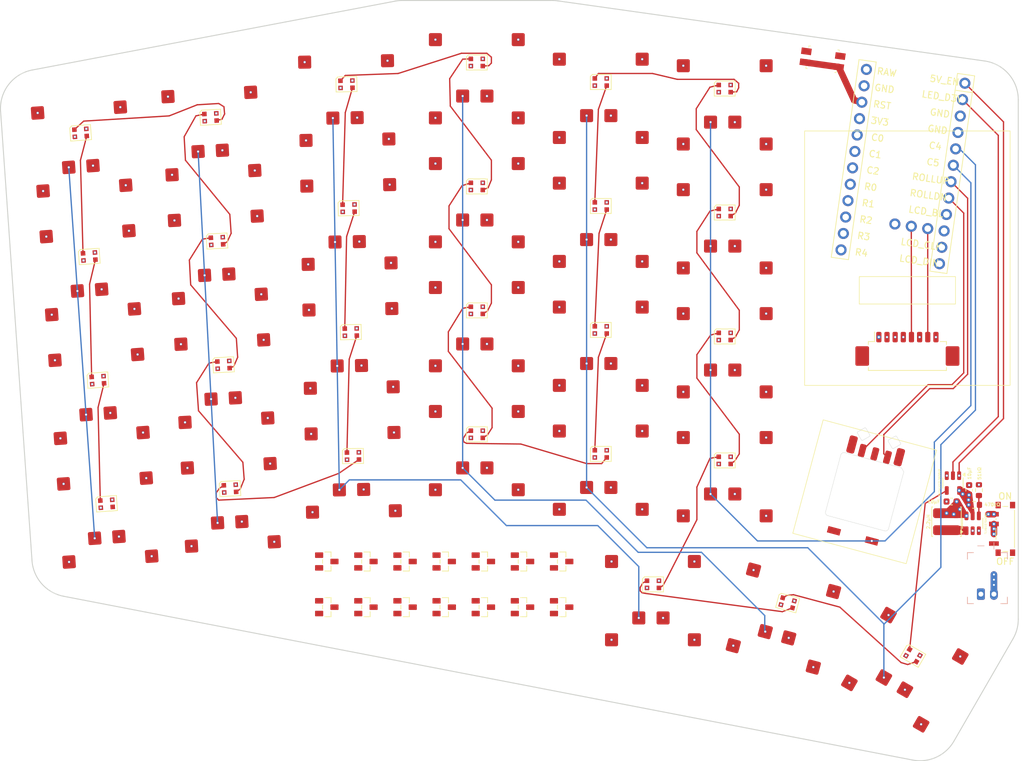
<source format=kicad_pcb>
(kicad_pcb (version 20241229) (generator "pcbnew") (generator_version "9.0")
  (title_block (title "toomanykeys") (date "2025-06-05") (rev "0.1") (company "huntercook"))
  (layers (0 "F.Cu" signal) (4 "In1.Cu" signal) (6 "In2.Cu" signal) (8 "In3.Cu" signal) (10 "In4.Cu" signal) (2 "B.Cu" signal) (13 "F.Paste" user) (15 "B.Paste" user) (5 "F.SilkS" user "F.Silkscreen") (7 "B.SilkS" user "B.Silkscreen") (1 "F.Mask" user) (3 "B.Mask" user) (25 "Edge.Cuts" user))
  (net 0 "")
  (net 1 "C0")
  (net 2 "finger_outer_bottom")
  (net 3 "GND")
  (net 4 "finger_outer_home")
  (net 5 "finger_outer_top")
  (net 6 "finger_outer_num")
  (net 7 "C1")
  (net 8 "finger_pinky_bottom")
  (net 9 "finger_pinky_home")
  (net 10 "finger_pinky_top")
  (net 11 "finger_pinky_num")
  (net 12 "C2")
  (net 13 "finger_ring_bottom")
  (net 14 "finger_ring_home")
  (net 15 "finger_ring_top")
  (net 16 "finger_ring_num")
  (net 17 "C3")
  (net 18 "finger_middle_bottom")
  (net 19 "finger_middle_home")
  (net 20 "finger_middle_top")
  (net 21 "finger_middle_num")
  (net 22 "C4")
  (net 23 "finger_index_bottom")
  (net 24 "finger_index_home")
  (net 25 "finger_index_top")
  (net 26 "finger_index_num")
  (net 27 "C5")
  (net 28 "finger_inner_bottom")
  (net 29 "finger_inner_home")
  (net 30 "finger_inner_top")
  (net 31 "finger_inner_num")
  (net 32 "thumb_near_fan")
  (net 33 "thumb_mid_fan")
  (net 34 "thumb_far_fan")
  (net 35 "roller")
  (net 36 "ROLLUP")
  (net 37 "ROLLDN")
  (net 38 "R0")
  (net 39 "R1")
  (net 40 "R2")
  (net 41 "R3")
  (net 42 "R4")
  (net 43 "RAW")
  (net 44 "RST")
  (net 45 "3V3")
  (net 46 "5V_EN")
  (net 47 "LED_D3V")
  (net 48 "LCD_BL")
  (net 49 "LCD_DC")
  (net 50 "LCD_CLK")
  (net 51 "LCD_DIN")
  (net 52 "LCD_RST")
  (net 53 "LCD_CS")
  (net 54 "BAT_P")
  (net 55 "LED_26")
  (net 56 "5V")
  (net 57 "LED_27")
  (net 58 "LED_25")
  (net 59 "LED_24")
  (net 60 "LED_23")
  (net 61 "LED_19")
  (net 62 "LED_20")
  (net 63 "LED_21")
  (net 64 "LED_22")
  (net 65 "LED_18")
  (net 66 "LED_17")
  (net 67 "LED_16")
  (net 68 "LED_15")
  (net 69 "LED_11")
  (net 70 "LED_12")
  (net 71 "LED_13")
  (net 72 "LED_14")
  (net 73 "LED_10")
  (net 74 "LED_9")
  (net 75 "LED_8")
  (net 76 "LED_7")
  (net 77 "LED_3")
  (net 78 "LED_4")
  (net 79 "LED_5")
  (net 80 "LED_6")
  (net 81 "LED_2")
  (net 82 "LED_1")
  (net 83 "LED_D5V")
  (net 84 "BOOST_FB")
  (net 85 "BOOST_SW")
  (footprint "LED_WS2812B-2020_PLCC4_2.0x2.0mm" (layer "F.Cu") (at 59.171836 138.604848 4)
    (property "Reference" "LED2" (hide yes))
    (property "Value" "")
  )
  (footprint "LED_WS2812B-2020_PLCC4_2.0x2.0mm" (layer "F.Cu") (at 97.944951 131.24391 1)
    (property "Reference" "LED10" (hide yes))
    (property "Value" "")
  )
  (footprint "PG1316S" (layer "F.Cu") (at 144.264928 172.409498)
    (property "Reference" "S25" (hide yes))
    (property "Value" "")
  )
  (footprint "PG1316S" (layer "F.Cu") (at 136.264927 152.409497)
    (property "Reference" "S17" (hide yes))
    (property "Value" "")
  )
  (footprint "LED_WS2812B-2020_PLCC4_2.0x2.0mm" (layer "F.Cu") (at 98.276547 150.241016 1)
    (property "Reference" "LED9" (hide yes))
    (property "Value" "")
  )
  (footprint "Resistor_SMD:R_0603_1608Metric" (layer "F.Cu") (at 193.4866 157.724975)
    (property "Reference" "R1" (hide yes))
    (property "Value" "470kΩ")
  )
  (footprint "PG1316S" (layer "F.Cu") (at 77.566794 119.781616 3)
    (property "Reference" "S7" (hide yes))
    (property "Value" "")
  )
  (footprint "ceoloide:power_switch_smd_side" (layer "F.Cu") (at 198.264927 161.409497)
    (property "Reference" "PWR1" (hide yes))
    (property "Value" "")
  )
  (footprint "Package_TO_SOT_SMD:SOT-23-6" (layer "F.Cu") (at 193.2716 160.552475 90)
    (property "Reference" "U1" (hide yes))
    (property "Value" "TLV61070ADBV")
  )
  (footprint "huntercook:L_CJIANG_FTC404030S_4.1x4.1x3.0_SMD" (layer "F.Cu") (at 189.2616 160.304975 -90)
    (property "Reference" "L1" (hide yes))
    (property "Value" "2.2μH")
  )
  (footprint "ceoloide:mounting_hole_npth" (layer "F.Cu") (at 176.871691 193.384479 -30)
    (property "Reference" "MH6" (hide yes))
    (property "Value" "")
  )
  (footprint "ceoloide:mcu_nice_nano" (layer "F.Cu") (at 182.764927 104.609497 -8)
    (property "Reference" "MCU1" (hide yes))
    (property "Value" "")
  )
  (footprint "PG1316S" (layer "F.Cu") (at 182.871691 182.992175 -30)
    (property "Reference" "S27" (hide yes))
    (property "Value" "")
  )
  (footprint "Capacitor_SMD:C_0603_1608Metric" (layer "F.Cu") (at 192.7316 155.469975 90)
    (property "Reference" "C2" (hide yes))
    (property "Value" "10μF")
  )
  (footprint "PG1316S" (layer "F.Cu") (at 136.264927 114.409497)
    (property "Reference" "S19" (hide yes))
    (property "Value" "")
  )
  (footprint "PG1316S" (layer "F.Cu") (at 59.346227 141.098757 4)
    (property "Reference" "S2" (hide yes))
    (property "Value" "")
  )
  (footprint "LED_WS2812B-2020_PLCC4_2.0x2.0mm" (layer "F.Cu") (at 164.911976 172.744683 -15)
    (property "Reference" "LED26" (hide yes))
    (property "Value" "")
  )
  (footprint "PG1316S" (layer "F.Cu") (at 78.561178 138.755577 3)
    (property "Reference" "S6" (hide yes))
    (property "Value" "")
  )
  (footprint "LED_WS2812B-2020_PLCC4_2.0x2.0mm" (layer "F.Cu") (at 144.264927 169.909497)
    (property "Reference" "LED25" (hide yes))
    (property "Value" "")
  )
  (footprint "PG1316S" (layer "F.Cu") (at 97.325391 95.749317 1)
    (property "Reference" "S12" (hide yes))
    (property "Value" "")
  )
  (footprint "CKW12" (layer "F.Cu") (at 176.720427 155.720863 75)
    (property "Reference" "RE1" (hide yes))
    (property "Value" "")
    (fp_line (start -4.5 -5) (end 4.5 -4.999999) (stroke (width 0.05)) (layer "Edge.Cuts"))
    (fp_line (start 5 -4.5) (end 4.999999 4.5) (stroke (width 0.05)) (layer "Edge.Cuts"))
    (fp_line (start 8.393604 -3.394264) (end 7.545076 -2.545736) (stroke (width 0.05)) (layer "Edge.Cuts"))
    (fp_line (start 8.605736 -3.394264) (end 9.454264 -2.545736) (stroke (width 0.05)) (layer "Edge.Cuts"))
    (fp_line (start 7.545076 -2.333604) (end 8.393604 -1.485076) (stroke (width 0.05)) (layer "Edge.Cuts"))
    (fp_line (start 8.605736 -1.485076) (end 9.454264 -2.333604) (stroke (width 0.05)) (layer "Edge.Cuts"))
    (fp_line (start -5 4.5) (end -4.999999 -4.5) (stroke (width 0.05)) (layer "Edge.Cuts"))
    (fp_line (start 8.397868 1.480812) (end 7.54934 2.32934) (stroke (width 0.05)) (layer "Edge.Cuts"))
    (fp_line (start 8.61 1.480812) (end 9.458528 2.32934) (stroke (width 0.05)) (layer "Edge.Cuts"))
    (fp_line (start -4.5 4.999999) (end 4.5 5) (stroke (width 0.05)) (layer "Edge.Cuts"))
    (fp_line (start 7.54934 2.541472) (end 8.397869 3.39) (stroke (width 0.05)) (layer "Edge.Cuts"))
    (fp_line (start 8.61 3.39) (end 9.458528 2.541472) (stroke (width 0.05)) (layer "Edge.Cuts"))
    (fp_line (start 4.5 5) (end 4.999999 4.5) (stroke (width 0.05)) (layer "Edge.Cuts"))
    (fp_arc (start -4.999999 -4.5) (mid -4.853553 -4.853553) (end -4.5 -5) (stroke (width 0.05)) (layer "Edge.Cuts"))
    (fp_arc (start 4.5 -4.999999) (mid 4.853553 -4.853553) (end 5 -4.5) (stroke (width 0.05)) (layer "Edge.Cuts"))
    (fp_arc (start 8.393604 -3.394264) (mid 8.49967 -3.438198) (end 8.605736 -3.394264) (stroke (width 0.05)) (layer "Edge.Cuts"))
    (fp_arc (start 7.545076 -2.333604) (mid 7.501142 -2.43967) (end 7.545076 -2.545736) (stroke (width 0.05)) (layer "Edge.Cuts"))
    (fp_arc (start 9.454264 -2.545736) (mid 9.498198 -2.43967) (end 9.454264 -2.333604) (stroke (width 0.05)) (layer "Edge.Cuts"))
    (fp_arc (start 8.605736 -1.485076) (mid 8.49967 -1.441142) (end 8.393604 -1.485076) (stroke (width 0.05)) (layer "Edge.Cuts"))
    (fp_arc (start 8.397868 1.480812) (mid 8.503934 1.436878) (end 8.61 1.480812) (stroke (width 0.05)) (layer "Edge.Cuts"))
    (fp_arc (start -4.5 4.999999) (mid -4.853553 4.853553) (end -5 4.5) (stroke (width 0.05)) (layer "Edge.Cuts"))
    (fp_arc (start 7.54934 2.541472) (mid 7.505406 2.435406) (end 7.54934 2.32934) (stroke (width 0.05)) (layer "Edge.Cuts"))
    (fp_arc (start 9.458528 2.32934) (mid 9.502462 2.435406) (end 9.458528 2.541472) (stroke (width 0.05)) (layer "Edge.Cuts"))
    (fp_arc (start 8.61 3.39) (mid 8.503934 3.433934) (end 8.397869 3.39) (stroke (width 0.05)) (layer "Edge.Cuts"))
  )
  (footprint "BAV70 SOT23" (layer "F.Cu") (at 94.264928 166.409497 -90)
    (property "Reference" "D7" (hide yes))
    (property "Value" "BAV70")
  )
  (footprint "PG1316S" (layer "F.Cu") (at 97.988582 133.74353 1)
    (property "Reference" "S10" (hide yes))
    (property "Value" "")
  )
  (footprint "LED_WS2812B-2020_PLCC4_2.0x2.0mm" (layer "F.Cu") (at 79.424722 155.232964 3)
    (property "Reference" "LED5" (hide yes))
    (property "Value" "")
  )
  (footprint "PG1316S" (layer "F.Cu") (at 79.555561 157.729537 3)
    (property "Reference" "S5" (hide yes))
    (property "Value" "")
  )
  (footprint "PG1316S" (layer "F.Cu") (at 98.320178 152.740637 1)
    (property "Reference" "S9" (hide yes))
    (property "Value" "")
  )
  (footprint "PG1316S" (layer "F.Cu") (at 155.264928 96.409497)
    (property "Reference" "S24" (hide yes))
    (property "Value" "")
  )
  (footprint "BAV70 SOT23" (layer "F.Cu") (at 118.264927 166.409498 -90)
    (property "Reference" "D11" (hide yes))
    (property "Value" "BAV70")
  )
  (footprint "PG1316S" (layer "F.Cu") (at 117.264928 149.409498)
    (property "Reference" "S13" (hide yes))
    (property "Value" "")
  )
  (footprint "LED_WS2812B-2020_PLCC4_2.0x2.0mm" (layer "F.Cu") (at 136.264927 130.909498)
    (property "Reference" "LED18" (hide yes))
    (property "Value" "")
  )
  (footprint "LED_WS2812B-2020_PLCC4_2.0x2.0mm" (layer "F.Cu") (at 117.264927 89.909498)
    (property "Reference" "LED16" (hide yes))
    (property "Value" "")
  )
  (footprint "BAV70 SOT23" (layer "F.Cu") (at 106.264927 166.409497 -90)
    (property "Reference" "D9" (hide yes))
    (property "Value" "BAV70")
  )
  (footprint "BAV70 SOT23" (layer "F.Cu") (at 112.264928 173.409498 -90)
    (property "Reference" "D4" (hide yes))
    (property "Value" "BAV70")
  )
  (footprint "Capacitor_SMD:C_0603_1608Metric" (layer "F.Cu") (at 190.0416 157.217475 180)
    (property "Reference" "C1" (hide yes))
    (property "Value" "10μF")
  )
  (footprint "LED_WS2812B-2020_PLCC4_2.0x2.0mm" (layer "F.Cu") (at 117.264927 146.909498)
    (property "Reference" "LED13" (hide yes))
    (property "Value" "")
  )
  (footprint "LED_WS2812B-2020_PLCC4_2.0x2.0mm" (layer "F.Cu") (at 56.521091 100.697414 4)
    (property "Reference" "LED4" (hide yes))
    (property "Value" "")
  )
  (footprint "ceoloide:mounting_hole_npth" (layer "F.Cu") (at 130.264928 83.409498)
    (property "Reference" "MH4" (hide yes))
    (property "Value" "")
  )
  (footprint "LED_WS2812B-2020_PLCC4_2.0x2.0mm" (layer "F.Cu") (at 136.264928 92.909498)
    (property "Reference" "LED20" (hide yes))
    (property "Value" "")
  )
  (footprint "LED_WS2812B-2020_PLCC4_2.0x2.0mm" (layer "F.Cu") (at 60.497209 157.558565 4)
    (property "Reference" "LED1" (hide yes))
    (property "Value" "")
  )
  (footprint "PG1316S" (layer "F.Cu") (at 58.020855 122.145041 4)
    (property "Reference" "S3" (hide yes))
    (property "Value" "")
  )
  (footprint "PG1316S" (layer "F.Cu") (at 117.264928 92.409498)
    (property "Reference" "S16" (hide yes))
    (property "Value" "")
  )
  (footprint "LCD_1.69_Waveshare" (layer "F.Cu") (at 183.264928 119.909497 180)
    (property "Reference" "LCD1" (hide yes))
    (property "Value" "")
  )
  (footprint "LED_WS2812B-2020_PLCC4_2.0x2.0mm" (layer "F.Cu") (at 97.28176 93.249698 1)
    (property "Reference" "LED12" (hide yes))
    (property "Value" "")
  )
  (footprint "LED_WS2812B-2020_PLCC4_2.0x2.0mm" (layer "F.Cu") (at 117.264927 108.909497)
    (property "Reference" "LED15" (hide yes))
    (property "Value" "")
  )
  (footprint "Molex_PicoBlade_53261-0871_1x08-1MP_P1.25mm_Horizontal" (layer "F.Cu") (at 183.264928 134.409497)
    (property "Reference" "CONN1" (hide yes))
    (property "Value" "")
  )
  (footprint "PG1316S" (layer "F.Cu") (at 97.656986 114.746423 1)
    (property "Reference" "S11" (hide yes))
    (property "Value" "")
  )
  (footprint "LED_WS2812B-2020_PLCC4_2.0x2.0mm" (layer "F.Cu") (at 57.846464 119.65113 4)
    (property "Reference" "LED3" (hide yes))
    (property "Value" "")
  )
  (footprint "ceoloide:mounting_hole_npth" (layer "F.Cu") (at 129.264928 182.409498)
    (property "Reference" "MH5" (hide yes))
    (property "Value" "")
  )
  (footprint "BAV70 SOT23" (layer "F.Cu") (at 124.264927 173.409498 -90)
    (property "Reference" "D6" (hide yes))
    (property "Value" "BAV70")
  )
  (footprint "LED_WS2812B-2020_PLCC4_2.0x2.0mm" (layer "F.Cu") (at 76.441571 98.31108 3)
    (property "Reference" "LED8" (hide yes))
    (property "Value" "")
  )
  (footprint "BAV70 SOT23" (layer "F.Cu") (at 100.264927 166.409498 -90)
    (property "Reference" "D8" (hide yes))
    (property "Value" "BAV70")
  )
  (footprint "ceoloide:mounting_hole_npth" (layer "F.Cu") (at 68.30471 172.338383 3)
    (property "Reference" "MH2" (hide yes))
    (property "Value" "")
  )
  (footprint "ceoloide:mounting_hole_npth" (layer "F.Cu") (at 65.834045 90.522991 4)
    (property "Reference" "MH1" (hide yes))
    (property "Value" "")
  )
  (footprint "BAV70 SOT23" (layer "F.Cu") (at 94.264927 173.409498 -90)
    (property "Reference" "D1" (hide yes))
    (property "Value" "BAV70")
  )
  (footprint "LED_WS2812B-2020_PLCC4_2.0x2.0mm" (layer "F.Cu") (at 136.264928 111.909497)
    (property "Reference" "LED19" (hide yes))
    (property "Value" "")
  )
  (footprint "BAV70 SOT23" (layer "F.Cu") (at 118.264927 173.409497 -90)
    (property "Reference" "D5" (hide yes))
    (property "Value" "BAV70")
  )
  (footprint "ceoloide:mounting_hole_npth" (layer "F.Cu") (at 104.264927 83.409498)
    (property "Reference" "MH3" (hide yes))
    (property "Value" "")
  )
  (footprint "PG1316S" (layer "F.Cu") (at 76.572411 100.807653 3)
    (property "Reference" "S8" (hide yes))
    (property "Value" "")
  )
  (footprint "BAV70 SOT23" (layer "F.Cu") (at 106.264927 173.409498 -90)
    (property "Reference" "D3" (hide yes))
    (property "Value" "BAV70")
  )
  (footprint "PG1316S" (layer "F.Cu") (at 56.695482 103.191324 4)
    (property "Reference" "S4" (hide yes))
    (property "Value" "")
  )
  (footprint "PG1316S" (layer "F.Cu") (at 136.264927 133.409498)
    (property "Reference" "S18" (hide yes))
    (property "Value" "")
  )
  (footprint "LED_WS2812B-2020_PLCC4_2.0x2.0mm" (layer "F.Cu") (at 117.264927 127.909497)
    (property "Reference" "LED14" (hide yes))
    (property "Value" "")
  )
  (footprint "BAV70 SOT23" (layer "F.Cu") (at 124.264928 166.409497 -90)
    (property "Reference" "D12" (hide yes))
    (property "Value" "BAV70")
  )
  (footprint "LED_WS2812B-2020_PLCC4_2.0x2.0mm" (layer "F.Cu") (at 136.264927 149.909498)
    (property "Reference" "LED17" (hide yes))
    (property "Value" "")
  )
  (footprint "LED_WS2812B-2020_PLCC4_2.0x2.0mm" (layer "F.Cu") (at 155.264928 150.909497)
    (property "Reference" "LED21" (hide yes))
    (property "Value" "")
  )
  (footprint "LED_WS2812B-2020_PLCC4_2.0x2.0mm" (layer "F.Cu") (at 155.264927 131.909498)
    (property "Reference" "LED22" (hide yes))
    (property "Value" "")
  )
  (footprint "PG1316S" (layer "F.Cu") (at 60.6716 160.052475 4)
    (property "Reference" "S1" (hide yes))
    (property "Value" "")
  )
  (footprint "BAV70 SOT23" (layer "F.Cu") (at 112.264927 166.409497 -90)
    (property "Reference" "D10" (hide yes))
    (property "Value" "BAV70")
  )
  (footprint "BAV70 SOT23" (layer "F.Cu") (at 130.264927 166.409498 -90)
    (property "Reference" "D13" (hide yes))
    (property "Value" "BAV70")
  )
  (footprint "ceoloide:reset_switch_smd_side" (layer "F.Cu") (at 170.264927 89.409497 -8)
    (property "Reference" "RST1" (hide yes))
    (property "Value" "")
  )
  (footprint "PG1316S" (layer "F.Cu") (at 136.264927 95.409497)
    (property "Reference" "S20" (hide yes))
    (property "Value" "")
  )
  (footprint "ceoloide:mounting_hole_npth" (layer "F.Cu") (at 197.531945 177.599869 -30)
    (property "Reference" "MH7" (hide yes))
    (property "Value" "")
  )
  (footprint "PG1316S" (layer "F.Cu") (at 117.264928 130.409497)
    (property "Reference" "S14" (hide yes))
    (property "Value" "")
  )
  (footprint "BAV70 SOT23" (layer "F.Cu") (at 130.264927 173.409497 -90)
    (property "Reference" "D14" (hide yes))
    (property "Value" "BAV70")
  )
  (footprint "PG1316S" (layer "F.Cu") (at 164.264927 175.159498 -15)
    (property "Reference" "S26" (hide yes))
    (property "Value" "")
  )
  (footprint "PG1316S" (layer "F.Cu") (at 155.264928 134.409498)
    (property "Reference" "S22" (hide yes))
    (property "Value" "")
  )
  (footprint "LED_WS2812B-2020_PLCC4_2.0x2.0mm" (layer "F.Cu") (at 184.121692 180.827111 -30)
    (property "Reference" "LED27" (hide yes))
    (property "Value" "")
  )
  (footprint "PG1316S" (layer "F.Cu") (at 155.264928 115.409498)
    (property "Reference" "S23" (hide yes))
    (property "Value" "")
  )
  (footprint "LED_WS2812B-2020_PLCC4_2.0x2.0mm" (layer "F.Cu") (at 78.430337 136.259003 3)
    (property "Reference" "LED6" (hide yes))
    (property "Value" "")
  )
  (footprint "BAV70 SOT23" (layer "F.Cu") (at 100.264928 173.409497 -90)
    (property "Reference" "D2" (hide yes))
    (property "Value" "BAV70")
  )
  (footprint "PG1316S" (layer "F.Cu") (at 117.264928 111.409497)
    (property "Reference" "S15" (hide yes))
    (property "Value" "")
  )
  (footprint "Resistor_SMD:R_0603_1608Metric" (layer "F.Cu") (at 194.231601 155.469974 90)
    (property "Reference" "R2" (hide yes))
    (property "Value" "51kΩ")
  )
  (footprint "LED_WS2812B-2020_PLCC4_2.0x2.0mm" (layer "F.Cu") (at 155.264927 93.909497)
    (property "Reference" "LED24" (hide yes))
    (property "Value" "")
  )
  (footprint "LED_WS2812B-2020_PLCC4_2.0x2.0mm" (layer "F.Cu") (at 77.435954 117.285041 3)
    (property "Reference" "LED7" (hide yes))
    (property "Value" "")
  )
  (footprint "Package_TO_SOT_SMD:SOT-23-5" (layer "F.Cu") (at 190.251601 154.387475 -90)
    (property "Reference" "U2" (hide yes))
    (property "Value" "SN74LV1T126DBVR")
  )
  (footprint "LED_WS2812B-2020_PLCC4_2.0x2.0mm" (layer "F.Cu") (at 155.264927 112.909497)
    (property "Reference" "LED23" (hide yes))
    (property "Value" "")
  )
  (footprint "PG1316S" (layer "F.Cu") (at 155.264928 153.409497)
    (property "Reference" "S21" (hide yes))
    (property "Value" "")
  )
  (footprint "LED_WS2812B-2020_PLCC4_2.0x2.0mm" (layer "F.Cu") (at 97.613355 112.246805 1)
    (property "Reference" "LED11" (hide yes))
    (property "Value" "")
  )
  (footprint "ceoloide:battery_connector_jst_ph_2" (layer "B.Cu") (at 195.529927 171.409498 180)
    (property "Reference" "JST1" (hide yes))
    (property "Value" "")
  )
  (gr_poly (pts (xy 193.0716 159.052474) (xy 191.1716 155.952474) (xy 191.371601 154.952474) (xy 193.0716 155.852474) (xy 193.4716 158.952474)) (stroke (width 0.2)) (fill yes) (layer "F.Cu") (net 56))
  (gr_poly (pts (xy 190.471601 156.952474) (xy 190.4716 159.652474) (xy 192.4716 159.652475) (xy 192.2716 158.852474) (xy 191.1716 156.952474)) (stroke (width 0.2)) (fill yes) (layer "F.Cu") (net 43))
  (gr_poly (pts (xy 192.5 161.2) (xy 190.9 161) (xy 190.9 162.2) (xy 192.5 162.2)) (stroke (width 0.2)) (fill yes) (layer "F.Cu") (net 85))
  (gr_arc (start 104.710521 80.514713) (mid 105.267406 80.435863) (end 105.829228 80.409498) (stroke (width 0.15)) (layer "Edge.Cuts"))
  (gr_arc (start 44.259585 97.376775) (mid 45.492979 93.29513) (end 49.126262 91.06345) (stroke (width 0.15)) (layer "Edge.Cuts"))
  (gr_line (start 105.829228 80.409498) (end 128.844467 80.409498) (stroke (width 0.15)) (layer "Edge.Cuts"))
  (gr_arc (start 195.101738 89.682288) (mid 198.793767 91.687974) (end 200.264928 95.623647) (stroke (width 0.15)) (layer "Edge.Cuts"))
  (gr_line (start 49.076765 166.265661) (end 44.259585 97.376775) (stroke (width 0.15)) (layer "Edge.Cuts"))
  (gr_line (start 199.461499 178.251525) (end 190.400448 193.950792) (stroke (width 0.15)) (layer "Edge.Cuts"))
  (gr_line (start 49.126262 91.06345) (end 104.710521 80.514713) (stroke (width 0.15)) (layer "Edge.Cuts"))
  (gr_arc (start 200.264927 175.252252) (mid 200.060597 176.804763) (end 199.4615 178.251525) (stroke (width 0.15)) (layer "Edge.Cuts"))
  (gr_arc (start 128.844467 80.409498) (mid 129.263899 80.424174) (end 129.681279 80.468138) (stroke (width 0.15)) (layer "Edge.Cuts"))
  (gr_line (start 184.067424 196.842907) (end 53.925699 171.738511) (stroke (width 0.15)) (layer "Edge.Cuts"))
  (gr_line (start 129.681279 80.468138) (end 195.101738 89.682288) (stroke (width 0.15)) (layer "Edge.Cuts"))
  (gr_line (start 200.264928 95.623647) (end 200.264927 175.252252) (stroke (width 0.15)) (layer "Edge.Cuts"))
  (gr_arc (start 53.925699 171.738511) (mid 50.571254 169.826045) (end 49.076765 166.265661) (stroke (width 0.15)) (layer "Edge.Cuts"))
  (gr_arc (start 190.400448 193.950792) (mid 187.696305 196.409307) (end 184.067424 196.842907) (stroke (width 0.15)) (layer "Edge.Cuts"))
  (segment (start 54.710635 105.986589) (end 58.686753 162.84774) (width 0.2) (layer "B.Cu") (net 1))
  (via (at 194.231601 154.644975) (size 0.4) (drill 0.3) (layers "F.Cu" "B.Cu") (net 3))
  (via (at 193.2716 161.689975) (size 0.4) (drill 0.3) (layers "F.Cu" "B.Cu") (net 3))
  (via (at 189.301601 153.249974) (size 0.4) (drill 0.3) (layers "F.Cu" "B.Cu") (net 3))
  (via (at 189.266601 157.217475) (size 0.4) (drill 0.3) (layers "F.Cu" "B.Cu") (net 3))
  (via (at 192.7316 154.694974) (size 0.4) (drill 0.3) (layers "F.Cu" "B.Cu") (net 3))
  (via (at 180.139928 132.009497) (size 0.4) (drill 0.3) (layers "F.Cu" "B.Cu") (net 3))
  (segment (start 77.522232 160.489736) (end 74.539082 103.567852) (width 0.2) (layer "B.Cu") (net 7))
  (segment (start 95.196971 98.436872) (end 96.191758 155.428192) (width 0.2) (layer "B.Cu") (net 12))
  (segment (start 135.8 160.9) (end 142.089928 167.189928) (width 0.2) (layer "B.Cu") (net 12))
  (segment (start 142.089928 167.189928) (end 142.089928 175.059498) (width 0.2) (layer "B.Cu") (net 12))
  (segment (start 96.191758 155.428192) (end 97.71995 153.9) (width 0.2) (layer "B.Cu") (net 12))
  (segment (start 97.71995 153.9) (end 114.8 153.9) (width 0.2) (layer "B.Cu") (net 12))
  (segment (start 114.8 153.9) (end 121.8 160.9) (width 0.2) (layer "B.Cu") (net 12))
  (segment (start 121.8 160.9) (end 135.8 160.9) (width 0.2) (layer "B.Cu") (net 12))
  (segment (start 142 165) (end 151.7 165) (width 0.2) (layer "B.Cu") (net 17))
  (segment (start 115.089928 152.059498) (end 115.089928 95.059498) (width 0.2) (layer "B.Cu") (net 17))
  (segment (start 134 157) (end 142 165) (width 0.2) (layer "B.Cu") (net 17))
  (segment (start 115.089928 152.059498) (end 120.03043 157) (width 0.2) (layer "B.Cu") (net 17))
  (segment (start 161.4 177.078101) (end 161.478168 177.156269) (width 0.2) (layer "B.Cu") (net 17))
  (segment (start 120.03043 157) (end 134 157) (width 0.2) (layer "B.Cu") (net 17))
  (segment (start 161.4 174.7) (end 161.4 177.078101) (width 0.2) (layer "B.Cu") (net 17))
  (segment (start 151.7 165) (end 161.4 174.7) (width 0.2) (layer "B.Cu") (net 17))
  (segment (start 134.089927 98.059497) (end 134.089927 155.059497) (width 0.2) (layer "B.Cu") (net 22))
  (segment (start 193.7 105.6) (end 191.254715 103.154715) (width 0.2) (layer "B.Cu") (net 22))
  (segment (start 188.4 167.3) (end 188.4 148.5) (width 0.2) (layer "B.Cu") (net 22))
  (segment (start 134.089927 155.059497) (end 143.33043 164.3) (width 0.2) (layer "B.Cu") (net 22))
  (segment (start 179.663086 175.963086) (end 179.663086 184.199642) (width 0.2) (layer "B.Cu") (net 22))
  (segment (start 143.33043 164.3) (end 168 164.3) (width 0.2) (layer "B.Cu") (net 22))
  (segment (start 168 164.3) (end 179.663086 175.963086) (width 0.2) (layer "B.Cu") (net 22))
  (segment (start 179.663086 175.963086) (end 179.736914 175.963086) (width 0.2) (layer "B.Cu") (net 22))
  (segment (start 191.254715 103.154715) (end 190.664269 103.154715) (width 0.2) (layer "B.Cu") (net 22))
  (segment (start 193.7 143.2) (end 193.7 105.6) (width 0.2) (layer "B.Cu") (net 22))
  (segment (start 188.4 148.5) (end 193.7 143.2) (width 0.2) (layer "B.Cu") (net 22))
  (segment (start 179.736914 175.963086) (end 188.4 167.3) (width 0.2) (layer "B.Cu") (net 22))
  (via (at 177.806471 163.258801) (size 0.4) (drill 0.3) (layers "F.Cu" "B.Cu") (net 27))
  (segment (start 193 142.5) (end 193 108.359226) (width 0.2) (layer "B.Cu") (net 27))
  (segment (start 179.841199 163.258801) (end 187.4 155.7) (width 0.2) (layer "B.Cu") (net 27))
  (segment (start 153.089928 156.059497) (end 153.089928 99.059497) (width 0.2) (layer "B.Cu") (net 27))
  (segment (start 177.806471 163.258801) (end 179.841199 163.258801) (width 0.2) (layer "B.Cu") (net 27))
  (segment (start 193 108.359226) (end 190.31077 105.669996) (width 0.2) (layer "B.Cu") (net 27))
  (segment (start 187.4 148.1) (end 193 142.5) (width 0.2) (layer "B.Cu") (net 27))
  (segment (start 187.4 155.7) (end 187.4 148.1) (width 0.2) (layer "B.Cu") (net 27))
  (segment (start 160.289232 163.258801) (end 177.806471 163.258801) (width 0.2) (layer "B.Cu") (net 27))
  (segment (start 153.089928 156.059497) (end 160.289232 163.258801) (width 0.2) (layer "B.Cu") (net 27))
  (segment (start 192.5 110.728007) (end 189.95727 108.185277) (width 0.2) (layer "F.Cu") (net 36))
  (segment (start 192.5 137.7) (end 192.5 110.728007) (width 0.2) (layer "F.Cu") (net 36))
  (segment (start 179.652686 146.947314) (end 186.7 139.9) (width 0.2) (layer "F.Cu") (net 36))
  (segment (start 190.3 139.9) (end 192.5 137.7) (width 0.2) (layer "F.Cu") (net 36))
  (segment (start 180.205193 150.442946) (end 179.652686 149.890439) (width 0.2) (layer "F.Cu") (net 36))
  (segment (start 179.652686 149.890439) (end 179.652686 146.947314) (width 0.2) (layer "F.Cu") (net 36))
  (segment (start 186.7 139.9) (end 190.3 139.9) (width 0.2) (layer "F.Cu") (net 36))
  (segment (start 190.1 139.3) (end 186.44916 139.3) (width 0.2) (layer "F.Cu") (net 37))
  (segment (start 191.9 112.996788) (end 191.9 137.5) (width 0.2) (layer "F.Cu") (net 37))
  (segment (start 189.60377 110.700558) (end 191.9 112.996788) (width 0.2) (layer "F.Cu") (net 37))
  (segment (start 186.44916 139.3) (end 176.34149 149.40767) (width 0.2) (layer "F.Cu") (net 37))
  (segment (start 191.9 137.5) (end 190.1 139.3) (width 0.2) (layer "F.Cu") (net 37))
  (segment (start 189.271601 159.004974) (end 189.5041 159.004975) (width 1) (layer "F.Cu") (net 43))
  (segment (start 189.271601 159.004974) (end 190.8166 157.459975) (width 1) (layer "F.Cu") (net 43))
  (segment (start 195.6716 159.159498) (end 196.529926 159.159498) (width 1) (layer "F.Cu") (net 43))
  (segment (start 196.529926 159.159498) (end 196.529927 159.159497) (width 1) (layer "F.Cu") (net 43))
  (segment (start 190.8166 157.459975) (end 190.8166 157.217475) (width 1) (layer "F.Cu") (net 43))
  (segment (start 189.2616 159.004974) (end 189.271601 159.004974) (width 1) (layer "F.Cu") (net 43))
  (via (at 196.529928 159.159498) (size 0.6) (drill 0.3) (layers "F.Cu" "B.Cu") (net 43))
  (via (at 189.271601 159.004974) (size 0.6) (drill 0.3) (layers "F.Cu" "B.Cu") (net 43))
  (via (at 195.6716 159.159498) (size 0.6) (drill 0.3) (layers "F.Cu" "B.Cu") (net 43))
  (via (at 190.3716 159.159497) (size 0.6) (drill 0.3) (layers "F.Cu" "B.Cu") (net 43))
  (via (at 190.8166 157.217475) (size 0.6) (drill 0.3) (layers "F.Cu" "B.Cu") (net 43))
  (via (at 191.31535 158.408725) (size 0.6) (drill 0.3) (layers "F.Cu" "B.Cu") (net 43))
  (via (at 192.3216 159.414974) (size 0.6) (drill 0.3) (layers "F.Cu" "B.Cu") (net 43))
  (segment (start 176.279583 96.003155) (end 175.1 95.7) (width 1) (layer "F.Cu") (net 44))
  (segment (start 175.1 95.7) (end 172.746084 90.616554) (width 1) (layer "F.Cu") (net 44))
  (segment (start 167.547176 89.885895) (end 172.746084 90.616554) (width 1) (layer "F.Cu") (net 44))
  (via (at 178.889928 132.009498) (size 0.6) (drill 0.3) (layers "F.Cu" "B.Cu") (net 45))
  (segment (start 191.201601 151.298399) (end 191.201601 153.249975) (width 0.2) (layer "F.Cu") (net 46))
  (segment (start 192.078268 93.093592) (end 198 99.015324) (width 0.2) (layer "F.Cu") (net 46))
  (segment (start 198 99.015324) (end 198 144.5) (width 0.2) (layer "F.Cu") (net 46))
  (segment (start 198 144.5) (end 191.201601 151.298399) (width 0.2) (layer "F.Cu") (net 46))
  (via (at 191.201601 153.249975) (size 0.4) (drill 0.3) (layers "F.Cu" "B.Cu") (net 46))
  (via (at 194.2216 161.689975) (size 0.4) (drill 0.3) (layers "F.Cu" "B.Cu") (net 46))
  (segment (start 190.251601 151.148399) (end 190.251601 153.249975) (width 0.2) (layer "F.Cu") (net 47))
  (segment (start 191.724768 95.608872) (end 197.2 101.084104) (width 0.2) (layer "F.Cu") (net 47))
  (segment (start 197.2 144.2) (end 190.251601 151.148399) (width 0.2) (layer "F.Cu") (net 47))
  (segment (start 197.2 101.084104) (end 197.2 144.2) (width 0.2) (layer "F.Cu") (net 47))
  (via (at 187.639928 132.009497) (size 0.4) (drill 0.3) (layers "F.Cu" "B.Cu") (net 48))
  (via (at 185.139928 132.009497) (size 0.4) (drill 0.3) (layers "F.Cu" "B.Cu") (net 49))
  (via (at 182.639928 132.009497) (size 0.4) (drill 0.3) (layers "F.Cu" "B.Cu") (net 50))
  (via (at 181.389928 132.009497) (size 0.4) (drill 0.3) (layers "F.Cu" "B.Cu") (net 51))
  (segment (start 186.389928 132.009497) (end 186.38149 115.37762) (width 0.2) (layer "F.Cu") (net 52))
  (segment (start 183.889928 132.009497) (end 183.866209 115.02412) (width 0.2) (layer "F.Cu") (net 53))
  (segment (start 196.529927 162.2) (end 196.529927 160.659498) (width 1) (layer "F.Cu") (net 54))
  (segment (start 196.529927 168.4) (end 196.529927 171.409498) (width 1) (layer "F.Cu") (net 54))
  (via (at 196.529927 169.2) (size 0.6) (drill 0.3) (layers "F.Cu" "B.Cu") (net 54))
  (via (at 196.529927 161.4) (size 0.6) (drill 0.3) (layers "F.Cu" "B.Cu") (net 54))
  (via (at 196.529927 170) (size 0.6) (drill 0.3) (layers "F.Cu" "B.Cu") (net 54))
  (via (at 196.529927 162.2) (size 0.6) (drill 0.3) (layers "F.Cu" "B.Cu") (net 54))
  (via (at 196.529927 168.4) (size 0.6) (drill 0.3) (layers "F.Cu" "B.Cu") (net 54))
  (via (at 196.529927 160.659498) (size 0.6) (drill 0.3) (layers "F.Cu" "B.Cu") (net 54))
  (segment (start 196.529927 168.4) (end 196.529927 171.409498) (width 1) (layer "B.Cu") (net 54))
  (segment (start 59.546072 157.073732) (end 59.2 142.8) (width 0.2) (layer "F.Cu") (net 55))
  (segment (start 59.2 142.8) (end 60.122973 139.089681) (width 0.2) (layer "F.Cu") (net 55))
  (segment (start 192.638313 156.961687) (end 192.6616 156.984973) (width 0.5) (layer "F.Cu") (net 56))
  (segment (start 192.5216 156.034975) (end 192.705351 156.218724) (width 0.5) (layer "F.Cu") (net 56))
  (segment (start 191.201601 155.524974) (end 191.738313 156.061687) (width 0.5) (layer "F.Cu") (net 56))
  (segment (start 192.6616 156.984973) (end 192.6616 157.724974) (width 0.5) (layer "F.Cu") (net 56))
  (segment (start 192.705351 156.218724) (end 192.731601 156.244975) (width 0.5) (layer "F.Cu") (net 56))
  (segment (start 191.738313 156.061687) (end 192.638313 156.961687) (width 0.5) (layer "F.Cu") (net 56))
  (via (at 191.201601 155.524974) (size 0.6) (drill 0.3) (layers "F.Cu" "B.Cu") (net 56))
  (via (at 192.638313 156.961687) (size 0.6) (drill 0.3) (layers "F.Cu" "B.Cu") (net 56))
  (via (at 192.6616 157.724974) (size 0.6) (drill 0.3) (layers "F.Cu" "B.Cu") (net 56))
  (via (at 191.738313 156.061687) (size 0.6) (drill 0.3) (layers "F.Cu" "B.Cu") (net 56))
  (via (at 192.705351 156.218724) (size 0.6) (drill 0.3) (layers "F.Cu" "B.Cu") (net 56))
  (segment (start 57.9 123.9) (end 58.797601 120.135963) (width 0.2) (layer "F.Cu") (net 58))
  (segment (start 58.220699 138.120015) (end 57.9 123.9) (width 0.2) (layer "F.Cu") (net 58))
  (segment (start 56.5 104.9) (end 57.472228 101.182247) (width 0.2) (layer "F.Cu") (net 59))
  (segment (start 56.895327 119.166297) (end 56.5 104.9) (width 0.2) (layer "F.Cu") (net 59))
  (segment (start 55.569954 100.212581) (end 57 98.9) (width 0.2) (layer "F.Cu") (net 60))
  (segment (start 57 98.9) (end 70.1 98.1) (width 0.2) (layer "F.Cu") (net 60))
  (segment (start 78.2 98.6) (end 77.384102 98.812439) (width 0.2) (layer "F.Cu") (net 60))
  (segment (start 70.1 98.1) (end 74.4 96.4) (width 0.2) (layer "F.Cu") (net 60))
  (segment (start 78.6 97.8) (end 78.2 98.6) (width 0.2) (layer "F.Cu") (net 60))
  (segment (start 77.7 96.2) (end 78.5 96.7) (width 0.2) (layer "F.Cu") (net 60))
  (segment (start 74.4 96.4) (end 77.7 96.2) (width 0.2) (layer "F.Cu") (net 60))
  (segment (start 78.5 96.7) (end 78.6 97.8) (width 0.2) (layer "F.Cu") (net 60))
  (segment (start 86.2 156.6) (end 96.1 152.9) (width 0.2) (layer "F.Cu") (net 61))
  (segment (start 77.3 156.6) (end 77.7 157) (width 0.2) (layer "F.Cu") (net 61))
  (segment (start 77.3 155.9) (end 77.3 156.6) (width 0.2) (layer "F.Cu") (net 61))
  (segment (start 96.1 152.9) (end 99.201006 150.774963) (width 0.2) (layer "F.Cu") (net 61))
  (segment (start 77.8 155.2) (end 77.3 155.9) (width 0.2) (layer "F.Cu") (net 61))
  (segment (start 78.482191 154.731605) (end 77.8 155.2) (width 0.2) (layer "F.Cu") (net 61))
  (segment (start 77.7 157) (end 86.2 156.6) (width 0.2) (layer "F.Cu") (net 61))
  (segment (start 74.6 143.3) (end 74.3 139) (width 0.2) (layer "F.Cu") (net 62))
  (segment (start 81 155.3) (end 81.6 153.8) (width 0.2) (layer "F.Cu") (net 62))
  (segment (start 80.367253 155.734323) (end 81 155.3) (width 0.2) (layer "F.Cu") (net 62))
  (segment (start 74.3 139) (end 76.2 136) (width 0.2) (layer "F.Cu") (net 62))
  (segment (start 81.6 153.8) (end 81.4 151.2) (width 0.2) (layer "F.Cu") (net 62))
  (segment (start 81.4 151.2) (end 74.6 143.3) (width 0.2) (layer "F.Cu") (net 62))
  (segment (start 76.2 136) (end 77.487806 135.757644) (width 0.2) (layer "F.Cu") (net 62))
  (segment (start 79.372868 136.760362) (end 80 136.5) (width 0.2) (layer "F.Cu") (net 63))
  (segment (start 80 136.5) (end 80.6 135.1) (width 0.2) (layer "F.Cu") (net 63))
  (segment (start 80.4 132.2) (end 73.4 124) (width 0.2) (layer "F.Cu") (net 63))
  (segment (start 75.2 117) (end 76.493423 116.783682) (width 0.2) (layer "F.Cu") (net 63))
  (segment (start 73.2 120.2) (end 75.2 117) (width 0.2) (layer "F.Cu") (net 63))
  (segment (start 80.6 135.1) (end 80.4 132.2) (width 0.2) (layer "F.Cu") (net 63))
  (segment (start 73.4 124) (end 73.2 120.2) (width 0.2) (layer "F.Cu") (net 63))
  (segment (start 74.2 98.1) (end 75.49904 97.809721) (width 0.2) (layer "F.Cu") (net 64))
  (segment (start 79.4 113.2) (end 72.6 104.9) (width 0.2) (layer "F.Cu") (net 64))
  (segment (start 79.6 116.1) (end 79.4 113.2) (width 0.2) (layer "F.Cu") (net 64))
  (segment (start 78.378485 117.7864) (end 79 117.4) (width 0.2) (layer "F.Cu") (net 64))
  (segment (start 72.6 104.9) (end 72.4 101.3) (width 0.2) (layer "F.Cu") (net 64))
  (segment (start 79 117.4) (end 79.6 116.1) (width 0.2) (layer "F.Cu") (net 64))
  (segment (start 72.4 101.3) (end 74.2 98.1) (width 0.2) (layer "F.Cu") (net 64))
  (segment (start 97.352088 149.707069) (end 97.7 135.4) (width 0.2) (layer "F.Cu") (net 65))
  (segment (start 97.7 135.4) (end 98.86941 131.777857) (width 0.2) (layer "F.Cu") (net 65))
  (segment (start 97.3 116.6) (end 98.537814 112.780752) (width 0.2) (layer "F.Cu") (net 66))
  (segment (start 97.020492 130.709963) (end 97.3 116.6) (width 0.2) (layer "F.Cu") (net 66))
  (segment (start 97.1 97.6) (end 98.206219 93.783645) (width 0.2) (layer "F.Cu") (net 67))
  (segment (start 96.688896 111.712858) (end 97.1 97.6) (width 0.2) (layer "F.Cu") (net 67))
  (segment (start 119.5 89.1) (end 119.5 90) (width 0.2) (layer "F.Cu") (net 68))
  (segment (start 97.1 91.9) (end 105.2 91.6) (width 0.2) (layer "F.Cu") (net 68))
  (segment (start 118.8 88.5) (end 119.5 89.1) (width 0.2) (layer "F.Cu") (net 68))
  (segment (start 105.2 91.6) (end 114.9 88.5) (width 0.2) (layer "F.Cu") (net 68))
  (segment (start 114.9 88.5) (end 118.8 88.5) (width 0.2) (layer "F.Cu") (net 68))
  (segment (start 119.5 90) (end 119.1 90.4) (width 0.2) (layer "F.Cu") (net 68))
  (segment (start 96.357301 92.715751) (end 97.1 91.9) (width 0.2) (layer "F.Cu") (net 68))
  (segment (start 119.1 90.4) (end 118.179927 90.459498) (width 0.2) (layer "F.Cu") (net 68))
  (segment (start 134.1 151.4) (end 136.4 151.4) (width 0.2) (layer "F.Cu") (net 69))
  (segment (start 115.2 147.5) (end 115.2 147.9) (width 0.2) (layer "F.Cu") (net 69))
  (segment (start 115.7 146.7) (end 115.2 147.5) (width 0.2) (layer "F.Cu") (net 69))
  (segment (start 116.349927 146.359498) (end 115.7 146.7) (width 0.2) (layer "F.Cu") (net 69))
  (segment (start 115.2 147.9) (end 115.3 148.1) (width 0.2) (layer "F.Cu") (net 69))
  (segment (start 115.3 148.1) (end 115.7 148.3) (width 0.2) (layer "F.Cu") (net 69))
  (segment (start 115.7 148.3) (end 124 148.4) (width 0.2) (layer "F.Cu") (net 69))
  (segment (start 124 148.4) (end 134.1 151.4) (width 0.2) (layer "F.Cu") (net 69))
  (segment (start 136.4 151.4) (end 137.179927 150.459498) (width 0.2) (layer "F.Cu") (net 69))
  (segment (start 115.1 127.6) (end 116.349927 127.359497) (width 0.2) (layer "F.Cu") (net 70))
  (segment (start 112.9 134.2) (end 112.9 131.2) (width 0.2) (layer "F.Cu") (net 70))
  (segment (start 118.179927 147.459498) (end 118.9 147) (width 0.2) (layer "F.Cu") (net 70))
  (segment (start 118.9 147) (end 119.6 145.9) (width 0.2) (layer "F.Cu") (net 70))
  (segment (start 119.6 142.9) (end 112.9 134.2) (width 0.2) (layer "F.Cu") (net 70))
  (segment (start 112.9 131.2) (end 115.1 127.6) (width 0.2) (layer "F.Cu") (net 70))
  (segment (start 119.6 145.9) (end 119.6 142.9) (width 0.2) (layer "F.Cu") (net 70))
  (segment (start 115 108.8) (end 116.349927 108.359497) (width 0.2) (layer "F.Cu") (net 71))
  (segment (start 118.9 128) (end 119.5 126.8) (width 0.2) (layer "F.Cu") (net 71))
  (segment (start 118.179927 128.459497) (end 118.9 128) (width 0.2) (layer "F.Cu") (net 71))
  (segment (start 113 115.4) (end 113 111.9) (width 0.2) (layer "F.Cu") (net 71))
  (segment (start 119.5 124) (end 113 115.4) (width 0.2) (layer "F.Cu") (net 71))
  (segment (start 119.5 126.8) (end 119.5 124) (width 0.2) (layer "F.Cu") (net 71))
  (segment (start 113 111.9) (end 115 108.8) (width 0.2) (layer "F.Cu") (net 71))
  (segment (start 113.1 92.4) (end 113.2 96.6) (width 0.2) (layer "F.Cu") (net 72))
  (segment (start 116.349927 89.359498) (end 115.1 89.4) (width 0.2) (layer "F.Cu") (net 72))
  (segment (start 119.5 104.9) (end 119.5 107.9) (width 0.2) (layer "F.Cu") (net 72))
  (segment (start 113.2 96.6) (end 119.5 104.9) (width 0.2) (layer "F.Cu") (net 72))
  (segment (start 115.1 89.4) (end 113.1 92.4) (width 0.2) (layer "F.Cu") (net 72))
  (segment (start 119.5 107.9) (end 119 109.1) (width 0.2) (layer "F.Cu") (net 72))
  (segment (start 119 109.1) (end 118.179927 109.459497) (width 0.2) (layer "F.Cu") (net 72))
  (segment (start 135.9 135.1) (end 137.179927 131.459498) (width 0.2) (layer "F.Cu") (net 73))
  (segment (start 135.349927 149.359498) (end 135.9 135.1) (width 0.2) (layer "F.Cu") (net 73))
  (segment (start 135.349927 130.359498) (end 136 116.1) (width 0.2) (layer "F.Cu") (net 74))
  (segment (start 136 116.1) (end 137.179928 112.459497) (width 0.2) (layer "F.Cu") (net 74))
  (segment (start 135.349928 111.359497) (end 135.9 97.1) (width 0.2) (layer "F.Cu") (net 75))
  (segment (start 135.9 97.1) (end 137.179928 93.459498) (width 0.2) (layer "F.Cu") (net 75))
  (segment (start 135.349928 92.359498) (end 135.9 91.6) (width 0.2) (layer "F.Cu") (net 76))
  (segment (start 157.1 94.4) (end 156.179927 94.459497) (width 0.2) (layer "F.Cu") (net 76))
  (segment (start 135.9 91.6) (end 144.2 91.6) (width 0.2) (layer "F.Cu") (net 76))
  (segment (start 157.4 93.8) (end 157.1 94.4) (width 0.2) (layer "F.Cu") (net 76))
  (segment (start 148 92.5) (end 156.7 92.5) (width 0.2) (layer "F.Cu") (net 76))
  (segment (start 144.2 91.6) (end 148 92.5) (width 0.2) (layer "F.Cu") (net 76))
  (segment (start 156.7 92.5) (end 157.4 93.1) (width 0.2) (layer "F.Cu") (net 76))
  (segment (start 157.4 93.1) (end 157.4 93.8) (width 0.2) (layer "F.Cu") (net 76))
  (segment (start 153 150.6) (end 154.349928 150.359497) (width 0.2) (layer "F.Cu") (net 77))
  (segment (start 145.8 170.1) (end 146.5 168.8) (width 0.2) (layer "F.Cu") (net 77))
  (segment (start 151 155) (end 153 150.6) (width 0.2) (layer "F.Cu") (net 77))
  (segment (start 146.5 168.8) (end 151 160) (width 0.2) (layer "F.Cu") (net 77))
  (segment (start 151 160) (end 151 155) (width 0.2) (layer "F.Cu") (net 77))
  (segment (start 145.179927 170.459497) (end 145.8 170.1) (width 0.2) (layer "F.Cu") (net 77))
  (segment (start 157.5 149.9) (end 157.5 146.9) (width 0.2) (layer "F.Cu") (net 78))
  (segment (start 151 138.3) (end 151 134.7) (width 0.2) (layer "F.Cu") (net 78))
  (segment (start 151 134.7) (end 153.1 131.7) (width 0.2) (layer "F.Cu") (net 78))
  (segment (start 156.179928 151.459497) (end 156.8 151) (width 0.2) (layer "F.Cu") (net 78))
  (segment (start 153.1 131.7) (end 154.349927 131.359498) (width 0.2) (layer "F.Cu") (net 78))
  (segment (start 156.8 151) (end 157.5 149.9) (width 0.2) (layer "F.Cu") (net 78))
  (segment (start 157.5 146.9) (end 151 138.3) (width 0.2) (layer "F.Cu") (net 78))
  (segment (start 157.5 127.9) (end 151 119.1) (width 0.2) (layer "F.Cu") (net 79))
  (segment (start 157.5 130.9) (end 157.5 127.9) (width 0.2) (layer "F.Cu") (net 79))
  (segment (start 151 119.1) (end 151 115.8) (width 0.2) (layer "F.Cu") (net 79))
  (segment (start 151 115.8) (end 153 112.7) (width 0.2) (layer "F.Cu") (net 79))
  (segment (start 153 112.7) (end 154.349927 112.359497) (width 0.2) (layer "F.Cu") (net 79))
  (segment (start 156.179927 132.459498) (end 156.9 132) (width 0.2) (layer "F.Cu") (net 79))
  (segment (start 156.9 132) (end 157.5 130.9) (width 0.2) (layer "F.Cu") (net 79))
  (segment (start 156.179927 113.459497) (end 156.9 113) (width 0.2) (layer "F.Cu") (net 80))
  (segment (start 157.5 111.8) (end 157.5 109) (width 0.2) (layer "F.Cu") (net 80))
  (segment (start 150.9 100.2) (end 150.9 97) (width 0.2) (layer "F.Cu") (net 80))
  (segment (start 157.5 109) (end 150.9 100.2) (width 0.2) (layer "F.Cu") (net 80))
  (segment (start 150.9 97) (end 153 93.7) (width 0.2) (layer "F.Cu") (net 80))
  (segment (start 153 93.7) (end 154.349927 93.359497) (width 0.2) (layer "F.Cu") (net 80))
  (segment (start 156.9 113) (end 157.5 111.8) (width 0.2) (layer "F.Cu") (net 80))
  (segment (start 142.6 171.2) (end 143.1 171.3) (width 0.2) (layer "F.Cu") (net 81))
  (segment (start 164.1 174.1) (end 165.653448 173.512762) (width 0.2) (layer "F.Cu") (net 81))
  (segment (start 142.7 169.7) (end 142.3 170.4) (width 0.2) (layer "F.Cu") (net 81))
  (segment (start 143.1 171.3) (end 164.1 174.1) (width 0.2) (layer "F.Cu") (net 81))
  (segment (start 143.349927 169.359497) (end 142.7 169.7) (width 0.2) (layer "F.Cu") (net 81))
  (segment (start 142.3 170.9) (end 142.6 171.2) (width 0.2) (layer "F.Cu") (net 81))
  (segment (start 142.3 170.4) (end 142.3 170.9) (width 0.2) (layer "F.Cu") (net 81))
  (segment (start 164.170504 171.976604) (end 164.8 171.6) (width 0.2) (layer "F.Cu") (net 82))
  (segment (start 183.3 182.2) (end 184.639105 181.760925) (width 0.2) (layer "F.Cu") (net 82))
  (segment (start 172.9 173.4) (end 182.3 181.9) (width 0.2) (layer "F.Cu") (net 82))
  (segment (start 164.8 171.6) (end 165.8 171.5) (width 0.2) (layer "F.Cu") (net 82))
  (segment (start 165.8 171.5) (end 172.9 173.4) (width 0.2) (layer "F.Cu") (net 82))
  (segment (start 182.3 181.9) (end 183.3 182.2) (width 0.2) (layer "F.Cu") (net 82))
  (segment (start 183.604279 179.893297) (end 186 157.5) (width 0.2) (layer "F.Cu") (net 83))
  (segment (start 186 157.5) (end 189.301601 155.524975) (width 0.2) (layer "F.Cu") (net 83))
  (segment (start 194.2316 156.294974) (end 194.2726 156.335974) (width 0.8) (layer "F.Cu") (net 84))
  (segment (start 194.221601 159.414974) (end 194.2216 156.304975) (width 0.2) (layer "F.Cu") (net 84))
  (segment (start 194.2216 156.304975) (end 194.2316 156.294974) (width 0.2) (layer "F.Cu") (net 84))
)
</source>
